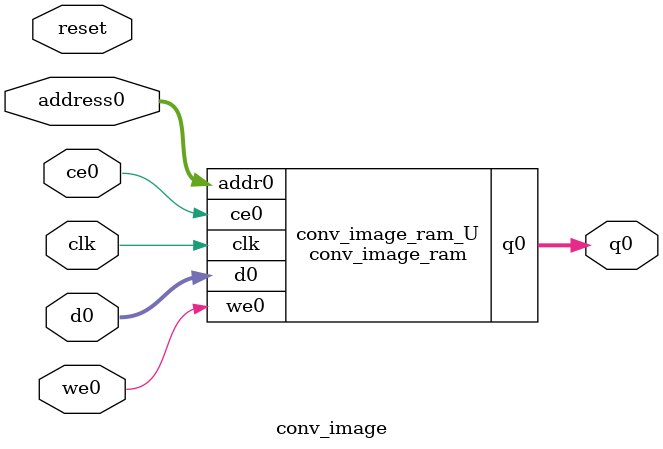
<source format=v>

`timescale 1 ns / 1 ps
module conv_image_ram (addr0, ce0, d0, we0, q0,  clk);

parameter DWIDTH = 8;
parameter AWIDTH = 18;
parameter MEM_SIZE = 230400;

input[AWIDTH-1:0] addr0;
input ce0;
input[DWIDTH-1:0] d0;
input we0;
output reg[DWIDTH-1:0] q0;
input clk;

(* ram_style = "block" *)reg [DWIDTH-1:0] ram[0:MEM_SIZE-1];




always @(posedge clk)  
begin 
    if (ce0) 
    begin
        if (we0) 
        begin 
            ram[addr0] <= d0; 
            q0 <= d0;
        end 
        else 
            q0 <= ram[addr0];
    end
end


endmodule


`timescale 1 ns / 1 ps
module conv_image(
    reset,
    clk,
    address0,
    ce0,
    we0,
    d0,
    q0);

parameter DataWidth = 32'd8;
parameter AddressRange = 32'd230400;
parameter AddressWidth = 32'd18;
input reset;
input clk;
input[AddressWidth - 1:0] address0;
input ce0;
input we0;
input[DataWidth - 1:0] d0;
output[DataWidth - 1:0] q0;



conv_image_ram conv_image_ram_U(
    .clk( clk ),
    .addr0( address0 ),
    .ce0( ce0 ),
    .we0( we0 ),
    .d0( d0 ),
    .q0( q0 ));

endmodule


</source>
